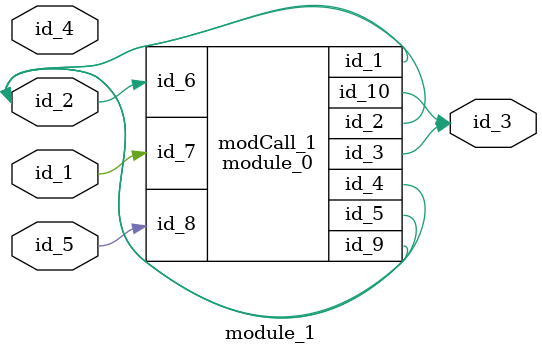
<source format=v>
module module_0 (
    id_1,
    id_2,
    id_3,
    id_4,
    id_5,
    id_6,
    id_7,
    id_8,
    id_9,
    id_10
);
  output wire id_10;
  inout wire id_9;
  input wire id_8;
  input wire id_7;
  input wire id_6;
  inout wire id_5;
  output wire id_4;
  output wire id_3;
  inout wire id_2;
  inout wire id_1;
  parameter id_11 = 1;
endmodule
module module_1 (
    id_1,
    id_2,
    id_3,
    id_4,
    id_5
);
  input wire id_5;
  input wire id_4;
  output wire id_3;
  inout wire id_2;
  input wire id_1;
  module_0 modCall_1 (
      id_2,
      id_2,
      id_3,
      id_2,
      id_2,
      id_2,
      id_1,
      id_5,
      id_2,
      id_3
  );
endmodule

</source>
